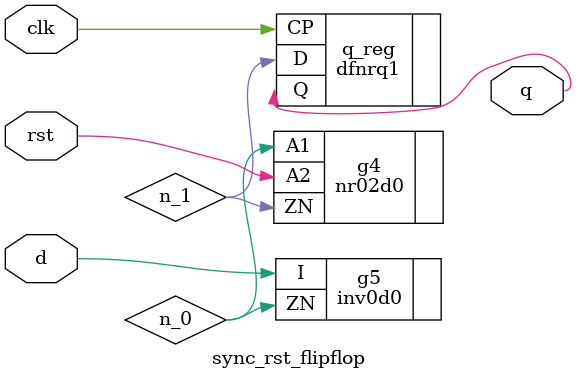
<source format=v>


// Verification Directory fv/sync_rst_flipflop 

module sync_rst_flipflop(clk, rst, d, q);
  input clk, rst, d;
  output q;
  wire clk, rst, d;
  wire q;
  wire n_0, n_1;
  dfnrq1 q_reg(.CP (clk), .D (n_1), .Q (q));
  nr02d0 g4(.A1 (n_0), .A2 (rst), .ZN (n_1));
  inv0d0 g5(.I (d), .ZN (n_0));
endmodule


</source>
